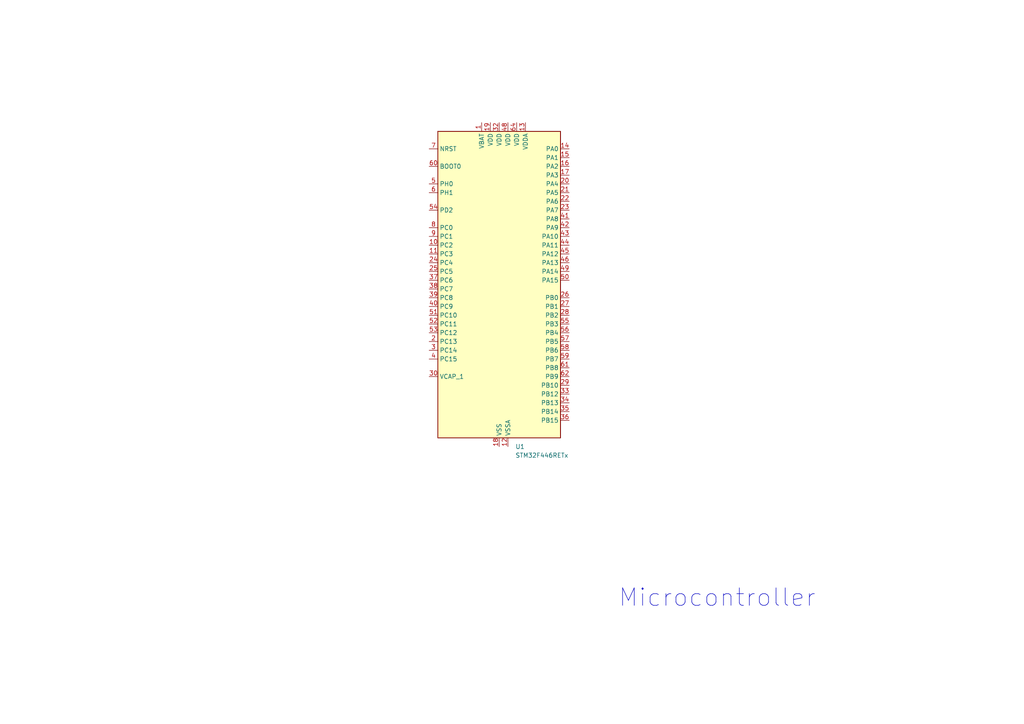
<source format=kicad_sch>
(kicad_sch (version 20250114) (generator "eeschema") (generator_version "9.0")
  (paper "A4")
  (title_block (title "Small Flight v1") (rev "1") (company "Lulu Systems"))
  (lib_symbols
    (symbol "MCU_ST_STM32F4:STM32F446RETx"
      (property "Reference" "U" (at -17.78 46.99 0))
      (property "Value" "STM32F446RETx" (at 10.16 46.99 0))
      (symbol "STM32F446RETx_0_1"
        (rectangle (start -17.78 -43.18) (end 17.78 45.72) (stroke (width 0.254)) (fill (type background)))
      )
      (symbol "STM32F446RETx_1_1"
        (pin input line (at -20.32 40.64 0) (length 2.54) (name "NRST") (number "7"))
        (pin input line (at -20.32 35.56 0) (length 2.54) (name "BOOT0") (number "60"))
        (pin bidirectional line (at -20.32 30.48 0) (length 2.54) (name "PH0") (number "5"))
        (pin bidirectional line (at -20.32 27.94 0) (length 2.54) (name "PH1") (number "6"))
        (pin bidirectional line (at -20.32 22.86 0) (length 2.54) (name "PD2") (number "54"))
        (pin bidirectional line (at -20.32 17.78 0) (length 2.54) (name "PC0") (number "8"))
        (pin bidirectional line (at -20.32 15.24 0) (length 2.54) (name "PC1") (number "9"))
        (pin bidirectional line (at -20.32 12.7 0) (length 2.54) (name "PC2") (number "10"))
        (pin bidirectional line (at -20.32 10.16 0) (length 2.54) (name "PC3") (number "11"))
        (pin bidirectional line (at -20.32 7.62 0) (length 2.54) (name "PC4") (number "24"))
        (pin bidirectional line (at -20.32 5.08 0) (length 2.54) (name "PC5") (number "25"))
        (pin bidirectional line (at -20.32 2.54 0) (length 2.54) (name "PC6") (number "37"))
        (pin bidirectional line (at -20.32 0 0) (length 2.54) (name "PC7") (number "38"))
        (pin bidirectional line (at -20.32 -2.54 0) (length 2.54) (name "PC8") (number "39"))
        (pin bidirectional line (at -20.32 -5.08 0) (length 2.54) (name "PC9") (number "40"))
        (pin bidirectional line (at -20.32 -7.62 0) (length 2.54) (name "PC10") (number "51"))
        (pin bidirectional line (at -20.32 -10.16 0) (length 2.54) (name "PC11") (number "52"))
        (pin bidirectional line (at -20.32 -12.7 0) (length 2.54) (name "PC12") (number "53"))
        (pin bidirectional line (at -20.32 -15.24 0) (length 2.54) (name "PC13") (number "2"))
        (pin bidirectional line (at -20.32 -17.78 0) (length 2.54) (name "PC14") (number "3"))
        (pin bidirectional line (at -20.32 -20.32 0) (length 2.54) (name "PC15") (number "4"))
        (pin power_out line (at -20.32 -25.4 0) (length 2.54) (name "VCAP_1") (number "30"))
        (pin power_in line (at -5.08 48.26 270) (length 2.54) (name "VBAT") (number "1"))
        (pin power_in line (at -2.54 48.26 270) (length 2.54) (name "VDD") (number "19"))
        (pin power_in line (at 0 48.26 270) (length 2.54) (name "VDD") (number "32"))
        (pin power_in line (at 0 -45.72 90) (length 2.54) (name "VSS") (number "18"))
        (pin passive line (at 0 -45.72 90) (length 2.54) (hide yes) (name "VSS") (number "31"))
        (pin passive line (at 0 -45.72 90) (length 2.54) (hide yes) (name "VSS") (number "47"))
        (pin passive line (at 0 -45.72 90) (length 2.54) (hide yes) (name "VSS") (number "63"))
        (pin power_in line (at 2.54 48.26 270) (length 2.54) (name "VDD") (number "48"))
        (pin power_in line (at 2.54 -45.72 90) (length 2.54) (name "VSSA") (number "12"))
        (pin power_in line (at 5.08 48.26 270) (length 2.54) (name "VDD") (number "64"))
        (pin power_in line (at 7.62 48.26 270) (length 2.54) (name "VDDA") (number "13"))
        (pin bidirectional line (at 20.32 40.64 180) (length 2.54) (name "PA0") (number "14"))
        (pin bidirectional line (at 20.32 38.1 180) (length 2.54) (name "PA1") (number "15"))
        (pin bidirectional line (at 20.32 35.56 180) (length 2.54) (name "PA2") (number "16"))
        (pin bidirectional line (at 20.32 33.02 180) (length 2.54) (name "PA3") (number "17"))
        (pin bidirectional line (at 20.32 30.48 180) (length 2.54) (name "PA4") (number "20"))
        (pin bidirectional line (at 20.32 27.94 180) (length 2.54) (name "PA5") (number "21"))
        (pin bidirectional line (at 20.32 25.4 180) (length 2.54) (name "PA6") (number "22"))
        (pin bidirectional line (at 20.32 22.86 180) (length 2.54) (name "PA7") (number "23"))
        (pin bidirectional line (at 20.32 20.32 180) (length 2.54) (name "PA8") (number "41"))
        (pin bidirectional line (at 20.32 17.78 180) (length 2.54) (name "PA9") (number "42"))
        (pin bidirectional line (at 20.32 15.24 180) (length 2.54) (name "PA10") (number "43"))
        (pin bidirectional line (at 20.32 12.7 180) (length 2.54) (name "PA11") (number "44"))
        (pin bidirectional line (at 20.32 10.16 180) (length 2.54) (name "PA12") (number "45"))
        (pin bidirectional line (at 20.32 7.62 180) (length 2.54) (name "PA13") (number "46"))
        (pin bidirectional line (at 20.32 5.08 180) (length 2.54) (name "PA14") (number "49"))
        (pin bidirectional line (at 20.32 2.54 180) (length 2.54) (name "PA15") (number "50"))
        (pin bidirectional line (at 20.32 -2.54 180) (length 2.54) (name "PB0") (number "26"))
        (pin bidirectional line (at 20.32 -5.08 180) (length 2.54) (name "PB1") (number "27"))
        (pin bidirectional line (at 20.32 -7.62 180) (length 2.54) (name "PB2") (number "28"))
        (pin bidirectional line (at 20.32 -10.16 180) (length 2.54) (name "PB3") (number "55"))
        (pin bidirectional line (at 20.32 -12.7 180) (length 2.54) (name "PB4") (number "56"))
        (pin bidirectional line (at 20.32 -15.24 180) (length 2.54) (name "PB5") (number "57"))
        (pin bidirectional line (at 20.32 -17.78 180) (length 2.54) (name "PB6") (number "58"))
        (pin bidirectional line (at 20.32 -20.32 180) (length 2.54) (name "PB7") (number "59"))
        (pin bidirectional line (at 20.32 -22.86 180) (length 2.54) (name "PB8") (number "61"))
        (pin bidirectional line (at 20.32 -25.4 180) (length 2.54) (name "PB9") (number "62"))
        (pin bidirectional line (at 20.32 -27.94 180) (length 2.54) (name "PB10") (number "29"))
        (pin bidirectional line (at 20.32 -30.48 180) (length 2.54) (name "PB12") (number "33"))
        (pin bidirectional line (at 20.32 -33.02 180) (length 2.54) (name "PB13") (number "34"))
        (pin bidirectional line (at 20.32 -35.56 180) (length 2.54) (name "PB14") (number "35"))
        (pin bidirectional line (at 20.32 -38.1 180) (length 2.54) (name "PB15") (number "36"))
      )
    )
  )
  (text "Microcontroller" (at 208.026 173.482 0) (effects (font (size 5.08 5.08))))
  (symbol (lib_id "MCU_ST_STM32F4:STM32F446RETx") (at 144.78 83.82 0) (unit 1)
    (property "Reference" "U1" (at 149.4633 129.54 0) (effects (justify left)))
    (property "Value" "STM32F446RETx" (at 149.4633 132.08 0) (effects (justify left)))
    (property "Footprint" "Package_QFP:LQFP-64_10x10mm_P0.5mm" (effects (hide yes)))
    (property "Datasheet" "https://www.st.com/resource/en/datasheet/stm32f446re.pdf" (effects (hide yes)))
    (property "Description" "STMicroelectronics Arm Cortex-M4 MCU, 512KB flash, 128KB RAM, 180 MHz, 1.8-3.6V, 50 GPIO, LQFP64" (effects (hide yes)))
    (property "LCSC#" "C69336" (effects (hide yes)))
    (property "Digikey#" "497-15376-ND" (effects (hide yes)))
    (property "Mouser#" "511-STM32F446RET6" (effects (hide yes)))
  )
)
</source>
